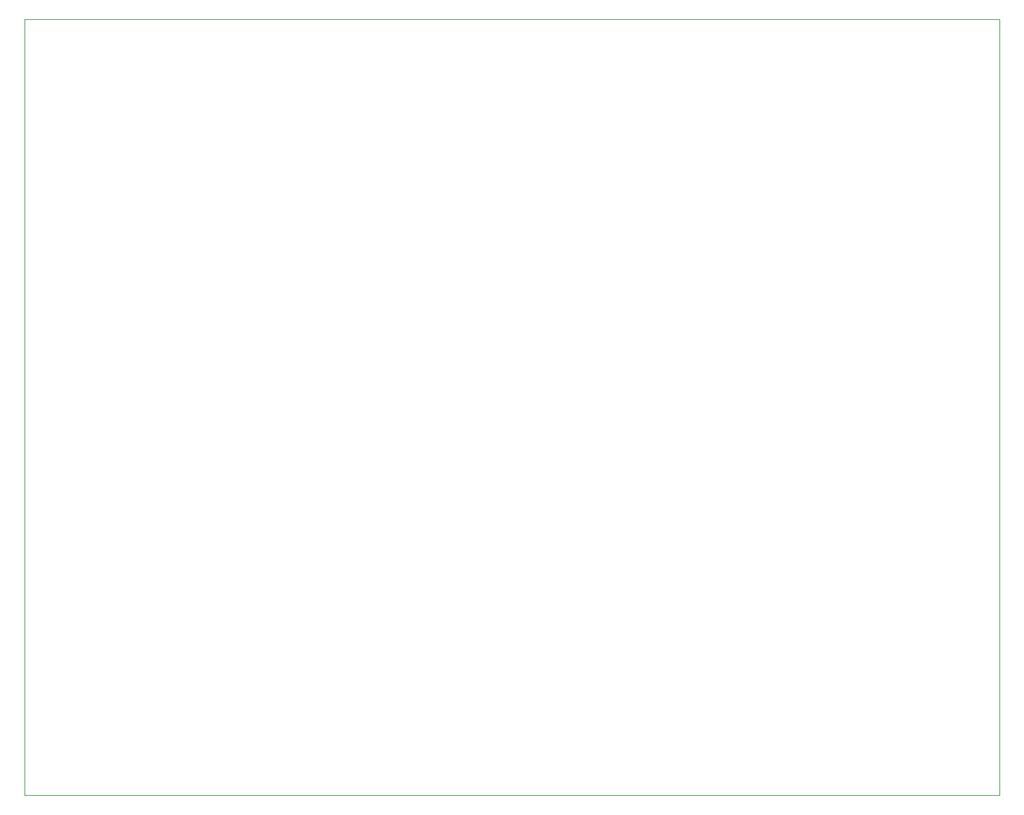
<source format=gbr>
%TF.GenerationSoftware,KiCad,Pcbnew,5.1.10-88a1d61d58~90~ubuntu20.04.1*%
%TF.CreationDate,2022-08-29T22:22:35+02:00*%
%TF.ProjectId,zvire-vetrnik-power,7a766972-652d-4766-9574-726e696b2d70,rev?*%
%TF.SameCoordinates,PX48ab840PY928d170*%
%TF.FileFunction,Profile,NP*%
%FSLAX46Y46*%
G04 Gerber Fmt 4.6, Leading zero omitted, Abs format (unit mm)*
G04 Created by KiCad (PCBNEW 5.1.10-88a1d61d58~90~ubuntu20.04.1) date 2022-08-29 22:22:35*
%MOMM*%
%LPD*%
G01*
G04 APERTURE LIST*
%TA.AperFunction,Profile*%
%ADD10C,0.050000*%
%TD*%
G04 APERTURE END LIST*
D10*
X0Y99060000D02*
X0Y0D01*
X124460000Y99060000D02*
X0Y99060000D01*
X124460000Y0D02*
X124460000Y99060000D01*
X0Y0D02*
X124460000Y0D01*
M02*

</source>
